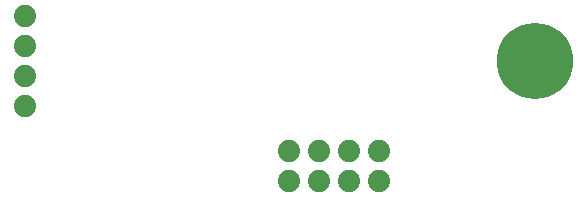
<source format=gbs>
G04*
G04 #@! TF.GenerationSoftware,Altium Limited,Altium Designer,22.0.2 (36)*
G04*
G04 Layer_Color=16711935*
%FSLAX25Y25*%
%MOIN*%
G70*
G04*
G04 #@! TF.SameCoordinates,BC18DBC4-700C-47F8-9E1E-1F16E9EA7A44*
G04*
G04*
G04 #@! TF.FilePolarity,Negative*
G04*
G01*
G75*
%ADD24C,0.25440*%
%ADD25C,0.07440*%
D24*
X180000Y50000D02*
D03*
D25*
X10000Y65000D02*
D03*
Y55000D02*
D03*
Y45000D02*
D03*
Y35000D02*
D03*
X128000Y10000D02*
D03*
Y20000D02*
D03*
X98000D02*
D03*
Y10000D02*
D03*
X118000D02*
D03*
Y20000D02*
D03*
X108000D02*
D03*
Y10000D02*
D03*
M02*

</source>
